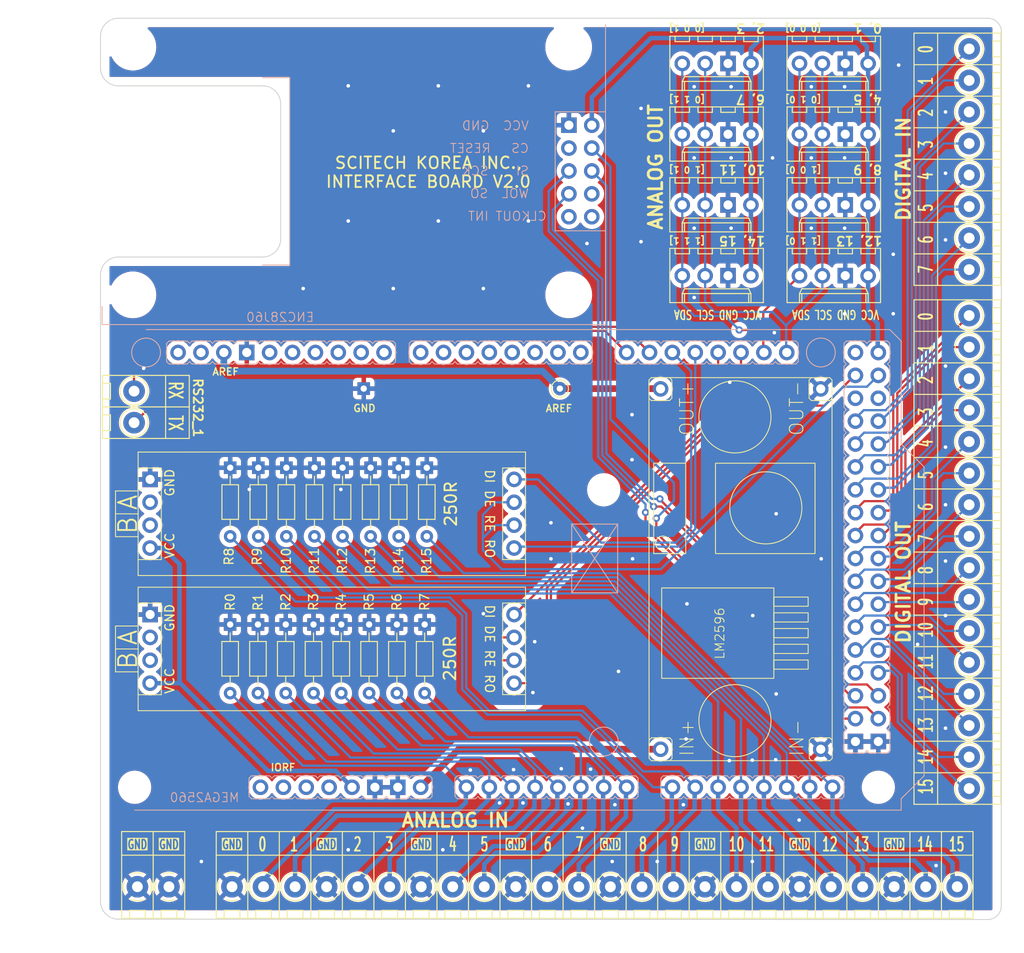
<source format=kicad_pcb>
(kicad_pcb (version 20221018) (generator pcbnew)

  (general
    (thickness 1.6)
  )

  (paper "A4")
  (layers
    (0 "F.Cu" signal)
    (31 "B.Cu" signal)
    (32 "B.Adhes" user "B.Adhesive")
    (33 "F.Adhes" user "F.Adhesive")
    (34 "B.Paste" user)
    (35 "F.Paste" user)
    (36 "B.SilkS" user "B.Silkscreen")
    (37 "F.SilkS" user "F.Silkscreen")
    (38 "B.Mask" user)
    (39 "F.Mask" user)
    (40 "Dwgs.User" user "User.Drawings")
    (41 "Cmts.User" user "User.Comments")
    (42 "Eco1.User" user "User.Eco1")
    (43 "Eco2.User" user "User.Eco2")
    (44 "Edge.Cuts" user)
    (45 "Margin" user)
    (46 "B.CrtYd" user "B.Courtyard")
    (47 "F.CrtYd" user "F.Courtyard")
    (48 "B.Fab" user)
    (49 "F.Fab" user)
    (50 "User.1" user)
    (51 "User.2" user)
    (52 "User.3" user)
    (53 "User.4" user)
    (54 "User.5" user)
    (55 "User.6" user)
    (56 "User.7" user)
    (57 "User.8" user)
    (58 "User.9" user)
  )

  (setup
    (stackup
      (layer "F.SilkS" (type "Top Silk Screen"))
      (layer "F.Paste" (type "Top Solder Paste"))
      (layer "F.Mask" (type "Top Solder Mask") (thickness 0.01))
      (layer "F.Cu" (type "copper") (thickness 0.035))
      (layer "dielectric 1" (type "core") (thickness 1.51) (material "FR4") (epsilon_r 4.5) (loss_tangent 0.02))
      (layer "B.Cu" (type "copper") (thickness 0.035))
      (layer "B.Mask" (type "Bottom Solder Mask") (thickness 0.01))
      (layer "B.Paste" (type "Bottom Solder Paste"))
      (layer "B.SilkS" (type "Bottom Silk Screen"))
      (copper_finish "None")
      (dielectric_constraints no)
    )
    (pad_to_mask_clearance 0)
    (aux_axis_origin 150 0)
    (pcbplotparams
      (layerselection 0x00010fc_ffffffff)
      (plot_on_all_layers_selection 0x0000000_00000000)
      (disableapertmacros false)
      (usegerberextensions false)
      (usegerberattributes true)
      (usegerberadvancedattributes true)
      (creategerberjobfile true)
      (dashed_line_dash_ratio 12.000000)
      (dashed_line_gap_ratio 3.000000)
      (svgprecision 4)
      (plotframeref false)
      (viasonmask false)
      (mode 1)
      (useauxorigin false)
      (hpglpennumber 1)
      (hpglpenspeed 20)
      (hpglpendiameter 15.000000)
      (dxfpolygonmode true)
      (dxfimperialunits true)
      (dxfusepcbnewfont true)
      (psnegative false)
      (psa4output false)
      (plotreference true)
      (plotvalue true)
      (plotinvisibletext false)
      (sketchpadsonfab false)
      (subtractmaskfromsilk false)
      (outputformat 1)
      (mirror false)
      (drillshape 0)
      (scaleselection 1)
      (outputdirectory "gerber/")
    )
  )

  (net 0 "")
  (net 1 "TX1")
  (net 2 "EN_485_1")
  (net 3 "RX1")
  (net 4 "TX2")
  (net 5 "A00")
  (net 6 "A01")
  (net 7 "A02")
  (net 8 "A03")
  (net 9 "A04")
  (net 10 "A05")
  (net 11 "A06")
  (net 12 "A07")
  (net 13 "A08")
  (net 14 "A09")
  (net 15 "A10")
  (net 16 "A11")
  (net 17 "A12")
  (net 18 "A13")
  (net 19 "A14")
  (net 20 "A15")
  (net 21 "VIN")
  (net 22 "AREF")
  (net 23 "GND")
  (net 24 "DO_00")
  (net 25 "DO_01")
  (net 26 "DO_02")
  (net 27 "DO_03")
  (net 28 "DO_04")
  (net 29 "DO_05")
  (net 30 "DO_06")
  (net 31 "DO_07")
  (net 32 "DO_08")
  (net 33 "DO_09")
  (net 34 "DO_10")
  (net 35 "DO_11")
  (net 36 "DO_12")
  (net 37 "DO_13")
  (net 38 "DO_14")
  (net 39 "DO_15")
  (net 40 "DI_00")
  (net 41 "DI_01")
  (net 42 "DI_02")
  (net 43 "DI_03")
  (net 44 "DI_04")
  (net 45 "DI_05")
  (net 46 "DI_06")
  (net 47 "DI_07")
  (net 48 "5V")
  (net 49 "SCL")
  (net 50 "SDA")
  (net 51 "EN_485_2")
  (net 52 "RX2")
  (net 53 "RX3")
  (net 54 "TX3")
  (net 55 "unconnected-(RS485_1-A-Pad6)")
  (net 56 "unconnected-(RS485_1-B-Pad7)")
  (net 57 "unconnected-(RS485_2-A-Pad6)")
  (net 58 "unconnected-(RS485_2-B-Pad7)")
  (net 59 "unconnected-(MEGA2560-PadSDA)")
  (net 60 "unconnected-(MEGA2560-PadSCL)")
  (net 61 "unconnected-(MEGA2560-RESET-PadRST1)")
  (net 62 "unconnected-(MEGA2560-IOREF-PadIORF)")
  (net 63 "MISO")
  (net 64 "MOSI")
  (net 65 "SCK")
  (net 66 "CS")
  (net 67 "unconnected-(MEGA2560-PadD13)")
  (net 68 "unconnected-(MEGA2560-PadD12)")
  (net 69 "unconnected-(MEGA2560-PadD11)")
  (net 70 "unconnected-(MEGA2560-PadD10)")
  (net 71 "unconnected-(MEGA2560-PadD9)")
  (net 72 "unconnected-(MEGA2560-PadD8)")
  (net 73 "unconnected-(MEGA2560-PadD7)")
  (net 74 "unconnected-(MEGA2560-PadD6)")
  (net 75 "unconnected-(MEGA2560-PadD5)")
  (net 76 "unconnected-(MEGA2560-PadD4)")
  (net 77 "unconnected-(MEGA2560-D3_INT1-PadD3)")
  (net 78 "unconnected-(MEGA2560-D2_INT0-PadD2)")
  (net 79 "unconnected-(MEGA2560-D1{slash}TX0-PadD1)")
  (net 80 "unconnected-(MEGA2560-D0{slash}RX0-PadD0)")
  (net 81 "unconnected-(MEGA2560-5V-Pad5V3)")
  (net 82 "unconnected-(MEGA2560-3.3V-Pad3V3)")
  (net 83 "LED_2")
  (net 84 "LED_1")
  (net 85 "unconnected-(ENC28J60-Pin_1-Pad1)")
  (net 86 "unconnected-(ENC28J60-Pin_2-Pad2)")
  (net 87 "unconnected-(ENC28J60-Pin_3-Pad3)")
  (net 88 "unconnected-(ENC28J60-Pin_8-Pad8)")

  (footprint "ScitechKorea:Holder485" (layer "F.Cu") (at 125.91 133.8055 90))

  (footprint "TestPoint:TestPoint_THTPad_D1.5mm_Drill0.7mm" (layer "F.Cu") (at 130.99 101.1073 180))

  (footprint "Resistor_THT:R_Axial_DIN0204_L3.6mm_D1.6mm_P7.62mm_Horizontal" (layer "F.Cu") (at 109.98571 117.51 90))

  (footprint "Resistor_THT:R_Axial_DIN0204_L3.6mm_D1.6mm_P7.62mm_Horizontal" (layer "F.Cu") (at 106.868568 117.51 90))

  (footprint "MountingHole:MountingHole_4mm_Pad" (layer "F.Cu") (at 109.22 101.1073))

  (footprint "ScitechKorea:Terminal_02" (layer "F.Cu") (at 83.73 101.49 -90))

  (footprint "Resistor_THT:R_Axial_DIN0204_L3.6mm_D1.6mm_P7.62mm_Horizontal" (layer "F.Cu") (at 113.102852 117.51 90))

  (footprint "ScitechKorea:Holder485" (layer "F.Cu") (at 125.91 118.8055 90))

  (footprint "Resistor_THT:R_Axial_DIN0204_L3.6mm_D1.6mm_P7.62mm_Horizontal" (layer "F.Cu") (at 109.815715 134.91 90))

  (footprint "ScitechKorea:HolderEth_1" (layer "F.Cu") (at 131.9955 90.7))

  (footprint "Resistor_THT:R_Axial_DIN0204_L3.6mm_D1.6mm_P7.62mm_Horizontal" (layer "F.Cu") (at 97.517142 117.51 90))

  (footprint "ScitechKorea:I2C_Socket" (layer "F.Cu") (at 144.58 88.57))

  (footprint "ScitechKorea:Terminal_24" (layer "F.Cu") (at 94.6 156.4))

  (footprint "Resistor_THT:R_Axial_DIN0204_L3.6mm_D1.6mm_P7.62mm_Horizontal" (layer "F.Cu") (at 115.98429 134.91 90))

  (footprint "Resistor_THT:R_Axial_DIN0204_L3.6mm_D1.6mm_P7.62mm_Horizontal" (layer "F.Cu") (at 94.4 117.51 90))

  (footprint "ScitechKorea:Terminal_16" (layer "F.Cu")
    (tstamp 82ba54e0-d9a3-4eb8-b16f-836390da95cf)
    (at 176.425 145.5 90)
    (property "Sheetfile" "megaPCB.kicad_sch")
    (property "Sheetname" "")
    (property "ki_description" "Generic screw terminal, single row, 01x16, script generated (kicad-library-utils/schlib/autogen/connector/)")
    (property "ki_keywords" "screw terminal")
    (path "/0a22604f-efdc-4349-aaa6-b8dfcb193ce4")
    (attr through_hole)
    (fp_text reference "J2" (at -6.1 -7.9 90 unlocked) (layer "F.SilkS") hide
        (effects (font (size 1 1) (thickness 0.1)))
      (tstamp 35139d77-017b-4936-a9a1-66e6e30b1ba5)
    )
    (fp_text value "Screw_Terminal_01x16" (at -6.1 -6.4 90 unlocked) (layer "F.Fab") hide
        (effects (font (size 1 1) (thickness 0.15)))
      (tstamp 93890ad7-21bd-4a77-93b8-0e8f63e71015)
    )
    (fp_text user "${REFERENCE}" (at -2.8 2.675 90) (layer "F.Fab")
        (effects (font (size 1 1) (thickness 0.15)))
      (tstamp 8269f258-0b3e-4053-9114-db944b6aed70)
    )
    (fp_line (start -1.75 -6.125) (end 54.25 -6.125)
      (stroke (width 0.12) (type solid)) (layer "F.SilkS") (tstamp 9c5f033d-d241-4000-a32f-090f75ffdff6))
    (fp_line (start -1.75 -3.5) (end -1.75 -6.125)
      (stroke (width 0.12) (type solid)) (layer "F.SilkS") (tstamp fa2a6b58-ada3-434c-86e3-235226c9d242))
    (fp_line (start -1.75 -3.5) (end -1.75 3.5)
      (stroke (width 0.12) (type solid)) (layer "F.SilkS") (tstamp f1329992-4e37-4aa2-be6a-064554492d32))
    (fp_line (start -1.75 -3.5) (end 54.25 -3.5)
      (stroke (width 0.12) (type solid)) (layer "F.SilkS") (tstamp 08afdbf9-77c4-4ca3-b46a-fd317d091ac7))
    (fp_line (start -1.75 3.5) (end 54.25 3.5)
      (stroke (width 0.12) (type solid)) (layer "F.SilkS") (tstamp 23e66bb2-a647-48c5-8542-2599a0247bb2))
    (fp_line (start -0.875 2.625) (end 0.875 2.625)
      (stroke (width 0.12) (type solid)) (layer "F.SilkS") (tstamp 7bcad752-1c77-423c-8841-cf588c73dd16))
    (fp_line (start -0.875 3.5) (end -0.875 2.625)
      (stroke (width 0.12) (type solid)) (layer "F.SilkS") (tstamp d8a86204-da31-428a-91a6-d84aa8e06daf))
    (fp_line (start 0.875 2.625) (end 0.875 3.5)
      (stroke (width 0.12) (type solid)) (layer "F.SilkS") (tstamp a94d1be1-5d3e-4478-9b9b-3df263765cc1))
    (fp_line (start 1.75 -6.125) (end 1.75 3.5)
      (stroke (width 0.12) (type solid)) (layer "F.SilkS") (tstamp 39051a52-0297-462a-99a8-cf2cb412fac7))
    (fp_line (start 2.625 2.625) (end 4.375 2.625)
      (stroke (width 0.12) (type solid)) (layer "F.SilkS") (tstamp 41b611a5-cb82-4f6a-a8dd-c4d07dc3d7db))
    (fp_line (start 2.625 3.5) (end 2.625 2.625)
      (stroke (width 0.12) (type solid)) (layer "F.SilkS") (tstamp dd18f381-2044-4e35-bd7a-8858ecab9fb5))
    (fp_line (start 4.375 2.625) (end 4.375 3.5)
      (stroke (width 0.12) (type solid)) (layer "F.SilkS") (tstamp 54f65a5a-ea43-4226-811e-82dac2064cc5))
    (fp_line (start 5.25 -6.125) (end 5.25 3.5)
      (stroke (width 0.12) (type solid)) (layer "F.SilkS") (tstamp 5fd48d34-d535-42a1-9176-5438df76bf51))
    (fp_line (start 6.125 2.625) (end 7.875 2.625)
      (stroke (width 0.12) (type solid)) (layer "F.SilkS") (tstamp 3ef2a0c3-9b14-49a7-ac23-6801ec6d404b))
    (fp_line (start 6.125 3.5) (end 6.125 2.625)
      (stroke (width 0.12) (type solid)) (layer "F.SilkS") (tstamp 03734158-0007-4fca-b6ab-d7c9a78dbad7))
    (fp_line (start 7.875 2.625) (end 7.875 3.5)
      (stroke (width 0.12) (type solid)) (layer "F.SilkS") (tstamp 3ddb5a8d-b4b5-4ef5-b2f1-09bcba19b399))
    (fp_line (start 8.75 -6.125) (end 8.75 3.5)
      (stroke (width 0.12) (type solid)) (layer "F.SilkS") (tstamp e317076b-2557-4fe8-a1ed-a1347e4bf7b7))
    (fp_line (start 9.625 2.625) (end 11.375 2.625)
      (stroke (width 0.12) (type solid)) (layer "F.SilkS") (tstamp d4978c4a-92c1-4dc7-a7b4-5a066d5ef432))
    (fp_line (start 9.625 3.5) (end 9.625 2.625)
      (stroke (width 0.12) (type solid)) (layer "F.SilkS") (tstamp c7b410bc-867a-4697-85a8-55393135f722))
    (fp_line (start 11.375 2.625) (end 11.375 3.5)
      (stroke (width 0.12) (type solid)) (layer "F.SilkS") (tstamp eabd3541-4b7a-4774-bd1a-91098f91bc43))
    (fp_line (start 12.25 -6.125) (end 12.25 3.5)
      (stroke (width 0.12) (type solid)) (layer "F.SilkS") (tstamp 0fa236aa-a9bb-4d98-acb6-eb3f057204c6))
    (fp_line (start 13.125 2.625) (end 14.875 2.625)
      (stroke (width 0.12) (type solid)) (layer "F.SilkS") (tstamp 9daa59bb-fcc1-4689-9df8-6861d7bafa28))
    (fp_line (start 13.125 3.5) (end 13.125 2.625)
      (stroke (width 0.12) (type solid)) (layer "F.SilkS") (tstamp 100d3f62-6421-4fbf-8b48-ae523f4863df))
    (fp_line (start 14.875 2.625) (end 14.875 3.5)
      (stroke (width 0.12) (type solid)) (layer "F.SilkS") (tstamp 5f44dbb4-6745-4f50-94a1-c7f9a7692501))
    (fp_line (start 15.75 -6.125) (end 15.75 3.5)
      (stroke (width 0.12) (type solid)) (layer "F.SilkS") (tstamp c1e67808-6184-4080-b8fc-e4b55592a3bb))
    (fp_line (start 16.625 2.625) (end 18.375 2.625)
      (stroke (width 0.12) (type solid)) (layer "F.SilkS") (tstamp 9c14edec-02ea-4096-841c-4d76e66a6d1b))
    (fp_line (start 16.625 3.5) (end 16.625 2.625)
      (stroke (width 0.12) (type solid)) (layer "F.SilkS") (tstamp d91e5d51-e674-48e2-adbf-54d64b69ba58))
    (fp_line (start 18.375 2.625) (end 18.375 3.5)
      (stroke (width 0.12) (type solid)) (layer "F.SilkS") (tstamp 43bf2c1d-7305-48c8-a2ee-614b71544ad8))
    (fp_line (start 19.25 -6.125) (end 19.25 3.5)
      (stroke (width 0.12) (type solid)) (layer "F.SilkS") (tstamp 5aafc7eb-62af-48f2-9c21-1dfe0d25b4c6))
    (fp_line (start 20.125 2.625) (end 21.875 2.625)
      (stroke (width 0.12) (type solid)) (layer "F.SilkS") (tstamp a4cca183-6c7c-41ec-830b-04b493464aa8))
    (fp_line (start 20.125 3.5) (end 20.125 2.625)
      (stroke (width 0.12) (type solid)) (layer "F.SilkS") (tstamp 839d9fff-93d4-4f9b-83d1-dab7c03c3bfc))
    (fp_line (start 21.875 2.625) (end 21.875 3.5)
      (stroke (width 0.12) (type solid)) (layer "F.SilkS") (tstamp 832a0668-8221-44e1-87af-2382bbcd4538))
    (fp_line (start 22.75 -6.125) (end 22.75 3.5)
      (stroke (width 0.12) (type solid)) (layer "F.SilkS") (tstamp de920423-d1c2-43c2-9d03-2cfc8c22c86f))
    (fp_line (start 23.625 2.625) (end 25.375 2.625)
      (stroke (width 0.12) (type solid)) (layer "F.SilkS") (tstamp e0dab445-9eec-4697-8bde-28cb65a64bb3))
    (fp_line (start 23.625 3.5) (end 23.625 2.625)
      (stroke (width 0.12) (type solid)) (layer "F.SilkS") (tstamp d845520d-a4fb-46b8-9f82-4ba8c38a36ff))
    (fp_line (start 25.375 2.625) (end 25.375 3.5)
      (stroke (width 0.12) (type solid)) (layer "F.SilkS") (tstamp dc883ddd-ee99-439a-a18a-75c980c6ee52))
    (fp_line (start 26.25 -6.125) (end 26.25 3.5)
      (stroke (width 0.12) (type solid)) (layer "F.SilkS") (tstamp c8fc3096-e7c1-4307-92c8-6ff448634727))
    (fp_line (start 27.125 2.625) (end 28.875 2.625)
      (stroke (width 0.12) (type solid)) (layer "F.SilkS") (tstamp 4097f69e-2bd5-412f-9a42-ed32adc2deb6))
    (fp_line (start 27.125 3.5) (end 27.125 2.625)
      (stroke (width 0.12) (type solid)) (layer "F.SilkS") (tstamp b156c731-2857-4292-a096-39d5cde6b472))
    (fp_line (start 28.875 2.625) (end 28.875 3.5)
      (stroke (width 0.12) (type solid)) (layer "F.SilkS") (tstamp 84c688f7-b3d5-430d-b6fa-fde2039f361d))
    (fp_line (start 29.75 -6.125) (end 29.75 3.5)
      (stroke (width 0.12) (type solid)) (layer "F.SilkS") (tstamp 5d4a4e7e-4223-4afa-a2d4-58d36a4f3128))
    (fp_line (start 30.625 2.625) (end 32.375 2.625)
      (stroke (width 0.12) (type solid)) (layer "F.SilkS") (tstamp 869b418d-cf9c-415a-bbca-f6fad4fad2a4))
    (fp_line (start 30.625 3.5) (end 30.625 2.625)
      (stroke (width 0.12) (type solid)) (layer "F.SilkS") (tstamp 247d828d-2ea6-45c5-9e55-ce3612b0f0cc))
    (fp_line (start 32.375 2.625) (end 32.375 3.5)
      (stroke (width 0.12) (type solid)) (layer "F.SilkS") (tstamp dcd7fb77-9231-461a-8acc-a95f314b4bfb))
    (fp_line (start 33.25 -6.125) (end 33.25 2.625)
      (stroke (width 0.12) (type solid)) (layer "F.SilkS") (tstamp ff47d419-5157-4c74-afe8-77da9f644c22))
    (fp_line (start 33.25 2.625) (end 33.25 3.5)
      (stroke (width 0.12) (type solid)) (layer "F.SilkS") (tstamp 338473d0-0455-4e88-aecc-9bc082d26e44))
    (fp_line (start 34.125 2.625) (end 35.875 2.625)
      (stroke (width 0.12) (type solid)) (layer "F.SilkS") (tstamp 45b540ca-6199-4142-861e-562714fef5e7))
    (fp_line (start 34.125 3.5) (end 34.125 2.625)
      (stroke (width 0.12) (type solid)) (layer "F.SilkS") (tstamp aa05f9a2-c1c3-4d93-9cba-5e84f0ae13bf))
    (fp_line (start 35.875 2.625) (end 35.875 3.5)
      (stroke (width 0.12) (type solid)) (layer "F.SilkS") (tstamp a6822e40-10ee-46e7-bcd8-c4939121af94))
    (fp_line (start 36.75 -6.125) (end 36.75 3.5)
      (stroke (width 0.12) (type solid)) (layer "F.SilkS") (tstamp 94d5e88a-4c6a-4786-8949-6e99ec7ba43d))
    (fp_line (start 37.625 2.625) (end 39.375 2.625)
      (stroke (width 0.12) (type solid)) (layer "F.SilkS") (tstamp 7465fb52-1638-4e88-8123-c5605d4b4eed))
    (fp_line (start 37.625 3.5) (end 37.625 2.625)
      (stroke (width 0.12) (type solid)) (layer "F.SilkS") (tstamp f490ef13-9e19-4f75-bdd3-d58e610e16fc))
    (fp_line (start 39.375 2.625) (end 39.375 3.5)
      (stroke (width 0.12) (type solid)) (layer "F.SilkS") (tstamp 124c379f-3596-489e-aaf3-9558ddc43a34))
    (fp_line (start 40.25 -6.125) (end 40.25 3.5)
      (stroke (width 0.12) (type solid)) (layer "F.SilkS") (tstamp 2769c7d6-dd36-423c-98a9-1f4136f2b50c))
    (fp_line (start 41.125 2.625) (end 42.875 2.625)
      (stroke (width 0.12) (type solid)) (layer "F.SilkS") (tstamp ce4a8778-611d-49fa-b67c-51ebc598ba18))
    (fp_line (start 41.125 3.5) (end 41.125 2.625)
      (stroke (width 0.12) (type solid)) (layer "F.SilkS") (tstamp 24b37d74-50ec-49e7-bfc0-2c6535f43ec9))
    (fp_line (start 42.875 2.625) (end 42.875 3.5)
      (stroke (width 0.12) (type solid)) (layer "F.SilkS") (tstamp 1da8847e-7d75-4496-9436-5d3602261fa2))
    (fp_line (start 43.75 -6.125) (end 43.75 3.5)
      (stroke (width 0.12) (type solid)) (layer "F.SilkS") (tstamp d5b4ffe8-4352-4008-9e7f-f26a303ed51b))
    (fp_line (start 44.625 2.625) (end 46.375 2.625)
      (stroke (width 0.12) (type solid)) (layer "F.SilkS") (tstamp e7e23770-005d-4a23-90e5-313a99a7ced7))
    (fp_line (start 44.625 3.5) (end 44.625 2.625)
      (stroke (width 0.12) (type solid)) (layer "F.SilkS") (tstamp b2a80f35-14d9-4492-a310-4ffaf2bab03f))
    (fp_line (start 46.375 2.625) (end 46.375 3.5)
      (stroke (width 0.12) (type solid)) (layer "F.SilkS") (tstamp ad71e2e2-002a-4767-a604-9ff80be10e30))
    (fp_line (start 47.25 -6.125) (end 47.25 3.5)
      (stroke (width 0.12) (type solid)) (layer "F.SilkS") (tstamp a08a2bd5-329d-42c2-95f3-3f1ef234894c))
    (fp_line (start 48.125 2.625) (end 49.875 2.625)
      (stroke (width 0.12) (type solid)) (layer "F.SilkS") (tstamp 5afa3da2-16a3-48fb-af80-244ee313faf1))
    (fp_line (start 48.125 3.5) (end 48.125 2.625)
      (stroke (width 0.12) (type solid)) (layer "F.SilkS") (tstamp 5d1090ba-14cb-4b14-b19e-7bd00c30843e))
    (fp_line (start 49.875 2.625) (end 49.875 3.5)
      (stroke (width 0.12) (type solid)) (layer "F.SilkS") (tstamp aac39643-3e1f-41fe-ae9f-0c3f4ff1f7aa))
    (fp_line (start 50.75 -6.125) (end 50.75 3.5)
      (stroke (width 0.12) (type solid)) (layer "F.SilkS") (tstamp 4ef3c708-98fa-4e56-9f1a-38f5cf6827a8))
    (fp_line (start 51.625 2.625) (end 53.375 2.625)
      (stroke (width 0.12) (type solid)) (layer "F.SilkS") (tstamp 41c5a88a-eedf-4247-857b-c0c7dd78860b))
    (fp_line (start 51.625 3.5) (end 51.625 2.625)
      (stroke (width 0.12) (type solid)) (layer "F.SilkS") (tstamp fb8b4ab5-ad2b-4253-8fdb-4301eb34ed3d))
    (fp_line (start 53.375 2.625) (end 53.375 3.5)
      (stroke (width 0.12) (type solid)) (layer "F.SilkS") (tstamp 7d30b97c-2b05-43bb-b1f3-2aaeb86c5654))
    (fp_line (start 54.25 -6.125) (end 54.25 -3.5)
      (stroke (width 0.12) (type solid)) (layer "F.SilkS") (tstamp 0c9725be-1871-42f2-8589-f67095bcb3e7))
    (fp_line (start 54.25 -3.5) (end 54.25 3.5)
      (stroke (width 0.12) (type solid)) (layer "F.SilkS") (tstamp e31b8b4a-8d54-4218-85c0-ef7d3321d5da))
    (fp_circle (center 0 0.0056) (end 1.555 0.0056)
      (stroke (width 0.12) (type solid)) (fill none) (layer "F.SilkS") (tstamp 82c82b69-b45a-4f78-955e-a57d0a43f427))
    (fp_circle (center 3.5 0) (end 5.055 0)
      (stroke (width 0.12) (type solid)) (fill none) (layer "F.SilkS") (tstamp cd9eee93-0c34-4e66-b426-5e8835b2b909))
    (fp_circle (center 7 0) (end 8.555 0)
      (stroke (width 0.12) (type solid)) (fill none) (layer "F.SilkS") (tstamp 1227902c-32b3-4fc2-b7a1-1479471a8285))
    (fp_circle (center 10.5 0) (end 12.055 0)
      (stroke (width 0.12) (type solid)) (fill none) (layer "F.SilkS") (tstamp 6a56f6b2-a6ea-48e0-a5e5-a8de2ee17645))
    (fp_circle (center 14 0) (end 15.555 0)
      (stroke (width 0.12) (type solid)) (fill none) (layer "F.SilkS") (tstamp 4d9b7b41-f46e-4b83-a22a-0c48357d4435))
    (fp_circle (center 17.5 0) (end 19.055 0)
      (stroke (width 0.12) (type solid)) (fill none) (layer "F.SilkS") (tstamp 1be20118-1c88-4c09-9bde-ec56484dbfc1))
    (fp_circle (center 21 0) (end 22.555 0)
      (stroke (width 0.12) (type solid)) (fill none) (layer "F.SilkS") (tstamp 76829dd2-5d7c-4871-af5d-53f76ae39fe8))
    (fp_circle (center 24.5 0) (end 26.055 0)
      (stroke (width 0.12) (type solid)) (fill none) (layer "F.SilkS") (tstamp d9aacc38-4527-421d-a299-430d02c21138))
    (fp_circle (center 28 0) (end 29.555 0)
      (stroke (width 0.12) (type solid)) (fill none) (layer "F.SilkS") (tstamp d6eb423d-e7ba-4f71-985d-d2c21ab73c2d))
    (fp_circle (center 31.5 0) (end 33.055 0)
      (stroke (width 0.12) (type solid)) (fill none) (layer "F.SilkS") (tstamp b4c43937-dd61-4086-b550-f27dc809c55c))
    (fp_circle (center 35 0) (end 36.555 0)
      (stroke (width 0.12) (type solid)) (fill none) (layer "F.SilkS") (tstamp bcfd142b-d010-444b-8f74-7941f4521956))
    (fp_circle (center 38.5 0) (end 40.055 0)
      (stroke (width 0.12) (type solid)) (fill none) (layer "F.SilkS") (tstamp f9aa4e51-e847-4499-8c2c-502d3cea0c04))
    (fp_circle (center 42 0) (end 43.555 0)
      (stroke (width 0.12) (type solid)) (fill none) (layer "F.SilkS") (tstamp 7bb68415-ecbb-4646-91f6-9f5d43e53b60))
    (fp_circle (center 45.5 0) (end 47.055 0)
      (stroke (width 0.12) (type solid)) (fill none) (layer "F.SilkS") (tstamp d2a58fad-a36f-453b-9d16-4a4d0c18a5af))
    (fp_circle (center 49 0) (end 50.555 0)
      (stroke (width 0.12) (type solid)) (fill none) (layer "F.SilkS") (tstamp 8b2c6d71-0d89-4be4-919d-a063f8c3ed3a))
    (fp_circle (center 52.5 0) (end 54.055 0)
      (stroke (width 0.12) (type solid)) (fill none) (layer "F.SilkS") (tstamp 364f19b8-72c7-4cac-a70f-ee4c97f34821))
    (fp_line (start -1.85 -3.6) (end -1.85 3.6)
      (stroke (width 0.05) (type solid)) (layer "F.CrtYd") (tstamp 7cbf74ee-4acb-412f-8cad-5904fa163fde))
    (fp_line (start -1.85 3.6) (end 54.35 3.6)
      (stroke (width 0.05) (type solid)) (layer "F.CrtYd") (tstamp ac5f3a83-af8d-4a57-9f19-9f6a5176ac2f))
    (fp_line (start 54.35 -3.6) (end -1.85 -3.6)
      (stroke (width 0.05) (type solid)) (layer "F.CrtYd") (tstamp 3aebe942-7822-4582-aada-dd8f741085e8))
    (fp_line (start 54.35 3.6) (end 54.35 -3.6)
      (stroke (width 0.05) (type solid)) (layer "F.CrtYd") (tstamp 3bf6c1b1-65c7-4269-bca7-47d735440d74))
    (fp_line (start -1.7 -3.4) (end 54.2 -3.4)
      (stroke (width 0.1) (type solid)) (layer "F.Fab") (tstamp f5d54fd2-cd8d-4507-aa4b-4e07619ce1c1))
    (fp_line (start -1.7 3.4) (end -1.7 -3.4)
      (stroke (width 0.1) (type solid)) (layer "F.Fab") (tstamp 97cbe4d4-3a8a-45ae-87fe-02f2ac5d4c1b))
    (fp_line (start -1.7 3.4) (end 54.2 3.4)
      (stroke (width 0.1) (type solid)) (layer "F.Fab") (tstamp bfe3873e-0fb4-40b2-b7bd-d752391d8f69))
    (fp_line (start -1.1 -0.069) (end -0.069 -0.069)
      (stroke (width 0.1) (type solid)) (layer "F.Fab") (tstamp b4e4de86-a2e5-4225-9cbe-494d0e2b870e))
    (fp_line (start -1.1 0.069) (end -1.1 -0.069)
      (stroke (width 0.1) (type solid)) (layer "F.Fab") (tstamp 62fb1aed-8be9-4abd-99ec-7d8ca3de9985))
    (fp_line (start -0.069 -1.1) (end 0.069 -1.1)
      (stroke (width 0.1) (type solid)) (layer "F.Fab") (tstamp 344d5b70-16c9-4576-affa-9ae96d921365))
    (fp_line (start -0.069 -0.069) (end -0.069 -1.1)
      (stroke (width 0.1) (type solid)) (layer "F.Fab") (tstamp 62fdf183-6c57-4814-b188-13d289a8ecdd))
    (fp_line (start -0.069 0.069) (end -1.1 0.069)
      (stroke (width 0.1) (type solid)) (layer "F.Fab") (tstamp 1c6c1a2c-8528-4b3c-af93-7015f83ddd17))
    (fp_line (start -0.069 1.1) (end -0.069 0.069)
      (stroke (width 0.1) (type solid)) (layer "F.Fab") (tstamp e88a8d31-86ee-481f-ac94-2b08cdc013ef))
    (fp_line (start 0.069 -1.1) (end 0.069 -0.069)
      (stroke (width 0.1) (type solid)) (layer "F.Fab") (tstamp ca1d2f86-d6f8-48b3-80ea-fc75d4bf8c6d))
    (fp_line (start 0.069 -0.069) (end 1.1 -0.069)
      (stroke (width 0.1) (type solid)) (layer "F.Fab") (tstamp eef2fb05-93ad-4320-9ea8-b4ea14f3fbb1))
    (fp_line (start 0.069 0.069) (end 0.069 1.1)
      (stroke (width 0.1) (type solid)) (layer "F.Fab") (tstamp 7abfddb5-2868-4284-954c-141d7337aa41))
    (fp_line (start 0.069 1.1) (end -0.069 1.1)
      (stroke (width 0.1) (type solid)) (layer "F.Fab") (tstamp 30e0aa1d-dac7-485c-acd5-79661c5dd3e4))
    (fp_line (start 1.1 -0.069) (end 1.1 0.069)
      (stroke (width 0.1) (type solid)) (layer "F.Fab") (tstamp c012df61-b10d-4ca9-8d04-2d2dc7f4de50))
    (fp_line (start 1.1 0.069) (end 0.069 0.069)
      (stroke (width 0.1) (type solid)) (layer "F.Fab") (tstamp 2c41d123-54c1-489b-acd7-bbf2160cad7b))
    (fp_line (start 2.4 -0.069) (end 3.431 -0.069)
      (stroke (width 0.1) (type solid)) (layer "F.Fab") (tstamp d1ed4a6f-e04e-4bae-9de4-99aee704eafb))
    (fp_line (start 2.4 0.069) (end 2.4 -0.069)
      (stroke (width 0.1) (type solid)) (layer "F.Fab") (tstamp 828552fe-e919-4ffc-b6bc-78ab4c227a1a))
    (fp_line (start 3.431 -1.1) (end 3.569 -1.1)
      (stroke (width 0.1) (type solid)) (layer "F.Fab") (tstamp 98982534-21f8-4208-a059-d65d6a05db88))
    (fp_line (start 3.431 -0.069) (end 3.431 -1.1)
      (stroke (width 0.1) (type solid)) (layer "F.Fab") (tstamp 74eeed57-9d61-4ddc-92a2-a33b5817cde7))
    (fp_line (start 3.431 0.069) (end 2.4 0.069)
      (stroke (width 0.1) (type solid)) (layer "F.Fab") (tstamp d4d879a1-cbda-41e6-9168-cf7d2ce27991))
    (fp_line (start 3.431 1.1) (end 3.431 0.069)
      (stroke (width 0.1) (type solid)) (layer "F.Fab") (tstamp 04432a53-045a-4111-9961-0fbb5a53e199))
    (fp_line (start 3.569 -1.1) (end 3.569 -0.069)
      (stroke (width 0.1) (type solid)) (layer "F.Fab") (tstamp fabea8af-2c1f-4026-a69b-ca9b9a659970))
    (fp_line (start 3.569 -0.069) (end 4.6 -0.069)
      (stroke (width 0.1) (type solid)) (layer "F.Fab") (tstamp 7e30e610-d068-477c-9ee8-34221ea7b378))
    (fp_line (start 3.569 0.069) (end 3.569 1.1)
      (stroke (width 0.1) (type solid)) (layer "F.Fab") (tstamp 2007175b-0d63-4680-8345-8ddf9d0eb40b))
    (fp_line (start 3.569 1.1) (end 3.431 1.1)
      (stroke (width 0.1) (type solid)) (layer "F.Fab") (tstamp b5774d88-bde0-4a01-8781-dc0c001af9ef))
    (fp_line (start 4.6 -0.069) (end 4.6 0.069)
      (stroke (width 0.1) (type solid)) (layer "F.Fab") (tstamp 55e5f508-e5ab-4b04-ad51-408dd898e075))
    (fp_line (start 4.6 0.069) (end 3.569 0.069)
      (stroke (width 0.1) (type solid)) (layer "F.Fab") (tstamp 4adc73f0-4cf8-4875-bba3-27c23a802d5a))
    (fp_line (start 5.9 -0.069) (end 6.931 -0.069)
      (stroke (width 0.1) (type solid)) (layer "F.Fab") (tstamp f66473c3-18fa-4b9c-8745-a5bf1bbd658a))
    (fp_line (start 5.9 0.069) (end 5.9 -0.069)
      (stroke (width 0.1) (type solid)) (layer "F.Fab") (tstamp 0c4e5d5d-e4d3-4b04-a45a-83fdd0a3f021))
    (fp_line (start 6.931 -1.1) (end 7.069 -1.1)
      (stroke (width 0.1) (type solid)) (layer "F.Fab") (tstamp 5210df8d-f3df-4677-831a-ed8c0554329a))
    (fp_line (start 6.931 -0.069) (end 6.931 -1.1)
      (stroke (width 0.1) (type solid)) (layer "F.Fab") (tstamp 51791ff4-0bd5-4533-9f6e-da00407211d3))
    (fp_line (start 6.931 0.069) (end 5.9 0.069)
      (stroke (width 0.1) (type solid)) (layer "F.Fab") (tstamp 26a3db4a-e96e-4723-8a81-9b22de359164))
    (fp_line (start 6.931 1.1) (end 6.931 0.069)
      (stroke (width 0.1) (type solid)) (layer "F.Fab") (tstamp f136981d-db64-49c7-a745-8d965fd0084f))
    (fp_line (start 7.069 -1.1) (end 7.069 -0.069)
      (stroke (width 0.1) (type solid)) (layer "F.Fab") (tstamp 30e15d00-5020-4238-ab54-9e2549a42295))
    (fp_line (start 7.069 -0.069) (end 8.1 -0.069)
      (stroke (width 0.1) (type solid)) (layer "F.Fab") (tstamp 2ac7d418-8128-45a5-a65f-ea10f4d1fc39))
    (fp_line (start 7.069 0.069) (end 7.069 1.1)
      (stroke (width 0.1) (type solid)) (layer "F.Fab") (tstamp 15169e7a-8122-47b8-868c-c2eafeca90f4))
    (fp_line (start 7.069 1.1) (end 6.931 1.1)
      (stroke (width 0.1) (type solid)) (layer "F.Fab") (tstamp df034f3c-5e8b-4850-865d-6fb9779fa1dc))
    (fp_line (start 8.1 -0.069) (end 8.1 0.069)
      (stroke (width 0.1) (type solid)) (layer "F.Fab") (tstamp 7ae13ec9-7b4d-45cb-8820-1729ac9a35ae))
    (fp_line (start 8.1 0.069) (end 7.069 0.069)
      (stroke (width 0.1) (type solid)) (layer "F.Fab") (tstamp 09297288-786f-41ec-8110-a7d55ef0b763))
    (fp_line (start 9.4 -0.069) (end 10.431 -0.069)
      (stroke (width 0.1) (type solid)) (layer "F.Fab") (tstamp b6c366c0-ae27-4b30-8f12-cfa9987f8a90))
    (fp_line (start 9.4 0.069) (end 9.4 -0.069)
      (stroke (width 0.1) (type solid)) (layer "F.Fab") (tstamp 29ca131d-5a9c-484e-af87-66fa59b77b0d))
    (fp_line (start 10.431 -1.1) (end 10.569 -1.1)
      (stroke (width 0.1) (type solid)) (layer "F.Fab") (tstamp 85f864f2-1d3f-44d7-aa97-6633dd1ba3e7))
    (fp_line (start 10.431 -0.069) (end 10.431 -1.1)
      (stroke (width 0.1) (type solid)) (layer "F.Fab") (tstamp 3c685ade-c92d-4744-8b9e-93f58bd72d56))
    (fp_line (start 10.431 0.069) (end 9.4 0.069)
      (stroke (width 0.1) (type solid)) (layer "F.Fab") (tstamp ce9d147d-474a-4e44-8c3b-aefe2a53b62c))
    (fp_line (start 10.431 1.1) (end 10.431 0.069)
      (stroke (width 0.1) (type solid)) (layer "F.Fab") (tstamp ded5a838-79b0-4649-b773-14ca651e1862))
    (fp_line (start 10.569 -1.1) (end 10.569 -0.069)
      (stroke (width 0.1) (type solid)) (layer "F.Fab") (tstamp 0bc2f808-08ec-44db-960f-e00452c752e9))
    (fp_line (start 10.569 -0.069) (end 11.6 -0.069)
      (stroke (width 0.1) (type solid)) (layer "F.Fab") (tstamp 071ac2a5-fdbd-4bed-87bd-fa4c98d2d229))
    (fp_line (start 10.569 0.069) (end 10.569 1.1)
      (stroke (width 0.1) (type solid)) (layer "F.Fab") (tstamp 74ce4bc5-e051-400e-976c-c1fcfe383a25))
    (fp_line (start 10.569 1.1) (end 10.431 1.1)
      (stroke (width 0.1) (type solid)) (layer "F.Fab") (tstamp 99274825-6e7d-4cad-8284-ea80750913ec))
    (fp_line (start 11.6 -0.069) (end 11.6 0.069)
      (stroke (width 0.1) (type solid)) (layer "F.Fab") (tstamp ed7aa672-a7c0-4fd2-bdb7-769554b0b8fb))
    (fp_line (start 11.6 0.069) (end 10.569 0.069)
      (stroke (width 0.1) (type solid)) (layer "F.Fab") (tstamp da788187-9073-4bd8-bf2f-c98ec315aeb5))
    (fp_line (start 12.9 -0.069) (end 13.931 -0.069)
      (stroke (width 0.1) (type solid)) (layer "F.Fab") (tstamp 8820c61d-c410-40c4-a16e-9a68d0991dde))
    (fp_line (start 12.9 0.069) (end 12.9 -0.069)
      (stroke (width 0.1) (type solid)) (layer "F.Fab") (tstamp f4ae155b-b3b6-4b83-abf7-c5d834449c1b))
    (fp_line (start 13.931 -1.1) (end 14.069 -1.1)
      (stroke (width 0.1) (type solid)) (layer "F.Fab") (tstamp 051ab3ca-2c4f-401f-8f0f-54929cd69b7f))
    (fp_line (start 13.931 -0.069) (end 13.931 -1.1)
      (stroke (width 0.1) (type solid)) (layer "F.Fab") (tstamp e09e8ebc-952e-4ded-967d-bab9a5b90828))
    (fp_line (start 13.931 0.069) (end 12.9 0.069)
      (stroke (width 0.1) (type solid)) (layer "F.Fab") (tstamp 31cd4a6c-a87e-4241-8de2-e1516550e297))
    (fp_line (start 13.931 1.1) (end 13.931 0.069)
      (stroke (width 0.1) (type solid)) (layer "F.Fab") (tstamp 434cb87a-c73c-4462-bdad-6bf845c35aa5))
    (fp_line (start 14.069 -1.1) (end 14.069 -0.069)
      (stroke (width 0.1) (type solid)) (layer "F.Fab") (tstamp 6f3b8372-15df-4786-b460-e92c0eb37a4f))
    (fp_line (start 14.069 -0.069) (end 15.1 -0.069)
      (stroke (width 0.1) (type solid)) (layer "F.Fab") (tstamp dba0313d-7333-4cf7-af12-64d8cc298b68))
    (fp_line (start 14.069 0.069) (end 14.069 1.1)
      (stroke (width 0.1) (type solid)) (layer "F.Fab") (tstamp fa17762a-ad83-476b-97ff-cc06a079d7ee))
    (fp_line (start 14.069 1.1) (end 13.931 1.1)
      (stroke (width 0.1) (type solid)) (layer "F.Fab") (tstamp 533c1721-a252-4d39-8059-7a0d2999a944))
    (fp_line (start 15.1 -0.069) (end 15.1 0.069)
      (stroke (width 0.1) (type solid)) (layer "F.Fab") (tstamp 557448ea-4c9f-4c6c-a917-36e54b1b43e5))
    (fp_line (start 15.1 0.069) (end 14.069 0.069)
      (stroke (width 0.1) (type solid)) (layer "F.Fab") (tstamp e007e509-708b-4d11-a175-238fa18877fa))
    (fp_line (start 16.4 -0.069) (end 17.431 -0.069)
      (stroke (width 0.1) (type solid)) (layer "F.Fab") (tstamp 0ac0edd7-dd11-4821-be63-8f2c8f028d97))
    (fp_line (start 16.4 0.069) (end 16.4 -0.069)
      (stroke (width 0.1) (type solid)) (layer "F.Fab") (tstamp 128e208a-a527-4ecb-91d8-29961e61263a))
    (fp_line (start 17.431 -1.1) (end 17.569 -1.1)
      (stroke (width 0.1) (type solid)) (layer "F.Fab") (tstamp 730f52c4-08ee-47ba-ac7a-e9206b35100a))
    (fp_line (start 17.431 -0.069) (end 17.431 -1.1)
      (stroke (width 0.1) (type solid)) (layer "F.Fab") (tstamp 5103b0c8-95e1-4893-8328-a66e0a15cf5c))
    (fp_line (start 17.431 0.069) (end 16.4 0.069)
      (stroke (width 0.1) (type solid)) (layer "F.Fab") (tstamp 0dc2a7ce-2ae6-495d-b7af-b4f29268a166))
    (fp_line (start 17.431 1.1) (end 17.431 0.069)
      (stroke (width 0.1) (type solid)) (layer "F.Fab") (tstamp 055b4d7c-f131-4867-abfa-869815824281))
    (fp_line (start 17.569 -1.1) (end 17.569 -0.069)
      (stroke (width 0.1) (type solid)) (layer "F.Fab") (tstamp 07227782-b49d-4976-9ae3-794e6ea16c14))
    (fp_line (start 17.569 -0.069) (end 18.6 -0.069)
      (stroke (width 0.1) (type solid)) (layer "F.Fab") (tstamp 101547ea-5e20-417e-994a-b5c368e682ee))
    (fp_line (start 17.569 0.069) (end 17.569 1.1)
      (stroke (width 0.1) (type solid)) (layer "F.Fab") (tstamp b694ccb9-81cb-408e-90cd-a273c9b2af10))
    (fp_line (start 17.569 1.1) (end 17.431 1.1)
      (stroke (width 0.1) (type solid)) (layer "F.Fab") (tstamp a26174f5-3bd0-428c-a392-ff880ef6bca3))
    (fp_line (start 18.6 -0.069) (end 18.6 0.069)
      (stroke (width 0.1) (type solid)) (layer "F.Fab") (tstamp 04b96f20-58a6-4975-a67d-96477a2c27e1))
    (fp_line (start 18.6 0.069) (end 17.569 0.069)
      (stroke (width 0.1) (type solid)) (layer "F.Fab") (tstamp 2906807b-e90c-4fbb-9b45-6443a61981d1))
    (fp_line (start 19.9 -0.069) (end 20.931 -0.069)
      (stroke (width 0.1) (type solid)) (layer "F.Fab") (tstamp 4a7f41aa-bb1c-42b1-a770-a2c8dc46a99f))
    (fp_line (start 19.9 0.069) (end 19.9 -0.069)
      (stroke (width 0.1) (type solid)) (layer "F.Fab") (tstamp 0e783e7e-4b40-4244-8c26-57282b52f47a))
    (fp_line (start 20.931 -1.1) (end 21.069 -1.1)
      (stroke (width 0.1) (type solid)) (layer "F.Fab") (tstamp a386418f-6d4a-4802-b72a-75e5e1590c9b))
    (fp_line (start 20.931 -0.069) (end 20.931 -1.1)
      (stroke (width 0.1) (type solid)) (layer "F.Fab") (tstamp 421c0d6f-3a80-4b6c-a548-c7b0e3df338f))
    (fp_line (start 20.931 0.069) (end 19.9 0.069)
      (stroke (width 0.1) (type solid)) (layer "F.Fab") (tstamp 4cd8bca2-7b3a-42b5-84bc-e4bc6b7551bb))
    (fp_line (start 20.931 1.1) (end 20.931 0.069)
      (stroke (width 0.1) (type solid)) (layer "F.Fab") (tstamp 33613e61-da23-4c31-9034-428304038cc9))
    (fp_line (start 21.069 -1.1) (end 21.069 -0.069)
      (stroke (width 0.1) (type solid)) (layer "F.Fab") (tstamp bf519f78-4830-4eac-a4b1-45170716290e))
    (fp_line (start 21.069 -0.069) (end 22.1 -0.069)
      (stroke (width 0.1) (type solid)) (layer "F.Fab") (tstamp 7c8d156c-5b3f-4573-bf17-8a1cbb1389f3))
    (fp_line (start 21.069 0.069) (end 21.069 1.1)
      (stroke (width 0.1) (type solid)) (layer "F.Fab") (tstamp eabf9200-3650-45c3-9961-6f44557c0bc7))
    (fp_line (start 21.069 1.1) (end 20.931 1.1)
      (stroke (width 0.1) (type solid)) (layer "F.Fab") (tstamp 4f0e4d8b-2f2a-4acd-9048-946917d6abf6))
    (fp_line (start 22.1 -0.069) (end 22.1 0.069)
      (stroke (width 0.1) (type solid)) (layer "F.Fab") (tstamp 19a17652-5080-4622-b78b-3198c4c9ca93))
    (fp_line (start 22.1 0.069) (end 21.069 0.069)
      (stroke (width 0.1) (type solid)) (layer "F.Fab") (tstamp 4d18f635-9620-4164-9b14-14a28f1c5da5))
    (fp_line (start 23.4 -0.069) (end 24.431 -0.069)
      (stroke (width 0.1) (type solid)) (layer "F.Fab") (tstamp 902b7560-201a-46b6-8513-cf4c2104f0f3))
    (fp_line (start 23.4 0.069) (end 23.4 -0.069)
      (stroke (width 0.1) (type solid)) (layer "F.Fab") (tstamp 39db401e-447b-4541-9617-74c8427b2476))
    (fp_line (start 24.431 -1.1) (end 24.569 -1.1)
      (stroke (width 0.1) (type solid)) (layer "F.Fab") (tstamp af7db955-1e3e-4a00-b905-f5c782c9296b))
    (fp_line (start 24.431 -0.069) (end 24.431 -1.1)
      (stroke (width 0.1) (type solid)) (layer "F.Fab") (tstamp 0d0b311e-5a60-4cfa-ae91-bd9a8131b2e2))
    (fp_line (start 24.431 0.069) (end 23.4 0.069)
      (stroke (width 0.1) (type solid)) (layer "F.Fab") (tstamp 27f3d77b-c0e3-4ff8-86db-8f86c6fff26b))
    (fp_line (start 24.431 1.1) (end 24.431 0.069)
      (stroke (width 0.1) (type solid)) (layer "F.Fab") (tstamp 74ae198a-59ec-4725-b148-fada2f6eb228))
    (fp_line (start 24.569 -1.1) (end 24.569 -0.069)
      (stroke (width 0.1) (type solid)) (layer "F.Fab") (tstamp dc6ba8f3-35b0-4937-a2de-0adfe00e68b0))
    (fp_line (start 24.569 -0.069) (end 25.6 -0.069)
      (stroke (width 0.1) (type solid)) (layer "F.Fab") (tstamp e2824ad5-47b7-4ef9-af65-57708d0e7a1f))
    (fp_line (start 24.569 0.069) (end 24.569 1.1)
      (stroke (width 0.1) (type solid)) (layer "F.Fab") (tstamp 63a0b93f-ecd2-498b-85ee-c576678721ea))
    (fp_line (start 24.569 1.1) (end 24.431 1.1)
      (stroke (width 0.1) (type solid)) (layer "F.Fab") (tstamp 8d59dea5-5622-45f8-a131-19bd6d11afd3))
    (fp_line (start 25.6 -0.069) (end 25.6 0.069)
      (stroke (width 0.1) (type solid)) (layer "F.Fab") (tstamp 12409d0c-ecd7-4e06-9005-6e0128740d81))
    (fp_line (start 25.6 0.069) (end 24.569 0.069)
      (stroke (width 0.1) (type solid)) (layer "F.Fab") (tstamp 1dc782d9-69e6-4ddc-b605-3a51223e84a6))
    (fp_line (start 26.9 -0.069) (end 27.931 -0.069)
      (stroke (width 0.1) (type solid)) (layer "F.Fab") (tstamp 765df3f5-0324-4e3e-8f63-da453c4134cb))
    (fp_line (start 26.9 0.069) (end 26.9 -0.069)
      (stroke (width 0.1) (type solid)) (layer "F.Fab") (tstamp c4658965-bf18-47a3-bff5-59974a9e667b))
    (fp_line (start 27.931 -1.1) (end 28.069 -1.1)
      (stroke (width 0.1) (type solid)) (layer "F.Fab") (tstamp 76c6b04e-2521-45b5-86ee-594cf3f09031))
    (fp_line (start 27.931 -0.069) (end 27.931 -1.1)
      (stroke (width 0.1) (type solid)) (layer "F.Fab") (tstamp 73290e39-1b4e-4a2e-98ed-bb079df90786))
    (fp_line (start 27.931 0.069) (end 26.9 0.069)
      (stroke (width 0.1) (type solid)) (layer "F.Fab") (tstamp 58cfce9f-64bb-4ec0-a715-5442642d4cff))
    (fp_line (start 27.931 1.1) (end 27.931 0.069)
      (stroke (width 0.1) (type solid)) (layer "F.Fab") (tstamp 1f07bbb8-d014-48de-b613-f854fc69ca1d))
    (fp_line (start 28.069 -1.1) (end 28.069 -0.069)
      (stroke (width 0.1) (type solid)) (layer "F.Fab") (tstamp d25408dd-aa90-48c9-be19-267248876e43))
    (fp_line (start 28.069 -0.069) (end 29.1 -0.069)
      (stroke (width 0.1) (type solid)) (layer "F.Fab") (tstamp b9769712-2871-41b5-9e4a-84d357a63bf2))
    (fp_line (start 28.069 0.069) (end 28.069 1.1)
      (stroke (width 0.1) (type solid)) (layer "F.Fab") (tstamp 23e85cd0-eb69-4e28-a346-db421cc8bdf1))
    (fp_line (start 28.069 1.1) (end 27.931 1.1)
      (stroke (width 0.1) (type solid)) (layer "F.Fab") (tstamp 5764849b-5f5b-478b-813a-316547f3832d))
    (fp_line (start 29.1 -0.069) (end 29.1 0.069)
      (stroke (width 0.1) (type solid)) (layer "F.Fab") (tstamp 5cb7445a-71bf-4446-ad07-a8f97df829de))
    (fp_line (start 29.1 0.069) (end 28.069 0.069)
      (stroke (width 0.1) (type solid)) (layer "F.Fab") (tstamp ca7b174b-5e64-45f2-a4e8-706aa0401be4))
    (fp_line (start 30.4 -0.069) (end 31.431 -0.069)
      (stroke (width 0.1) (type solid)) (layer "F.Fab") (tstamp 79273c6f-7760-495d-9165-e1e8b7304c35))
    (fp_line (start 30.4 0.069) (end 30.4 -0.069)
      (stroke (width 0.1) (type solid)) (layer "F.Fab") (tstamp 0cf17127-f30e-4bc0-b516-68889b6c432c))
    (fp_line (start 31.431 -1.1) (end 31.569 -1.1)
      (stroke (width 0.1) (type solid)) (layer "F.Fab") (tstamp cc0cacd2-1cd0-4716-b034-0eecab5598b3))
    (fp_line (start 31.431 -0.069) (end 31.431 -1.1)
      (stroke (width 0.1) (type solid)) (layer "F.Fab") (tstamp fe57cfd2-0514-46cd-a0db-d3cb403f838d))
    (fp_line (start 31.431 0.069) (end 30.4 0.069)
      (stroke (width 0.1) (type solid)) (layer "F.Fab") (tstamp 59d8807f-2e5e-4311-b290-83849b3fa131))
    (fp_line (start 31.431 1.1) (end 31.431 0.069)
      (stroke (width 0.1) (type solid)) (layer "F.Fab") (tstamp bafbc8c7-0b04-423a-8708-bcd436c0df5e))
    (fp_line (start 31.569 -1.1) (end 31.569 -0.069)
      (stroke (width 0.1) (type solid)) (layer "F.Fab") (tstamp 3b8c5c47-52a9-46ba-aee4-9afd256e7a29))
    (fp_line (start 31.569 -0.069) (end 32.6 -0.069)
      (stroke (width 0.1) (type solid)) (layer "F.Fab") (tstamp 5163db8a-fe7c-4f62-9995-82ea61cf3434))
    (fp_line (start 31.569 0.069) (end 31.569 1.1)
      (stroke (width 0.1) (type solid)) (layer "F.Fab") (tstamp 642d7691-4a26-4356-bb2f-ef75f254eebe))
    (fp_line (start 31.569 1.1) (end 31.431 1.1)
      (stroke (width 0.1) (type solid)) (layer "F.Fab") (tstamp 9133c852-2ec3-4e83-ad30-38218b0049e2))
    (fp_line (start 32.6 -0.069) (end 32.6 0.069)
      (stroke (width 0.1) (type solid)) (layer "F.Fab") (tstamp 4fcffc4a-8687-43c8-9bb4-04e315af1dd8))
    (fp_line (start 32.6 0.069) (end 31.569 0.069)
      (stroke (width 0.1) (type solid)) (layer "F.Fab") (tstamp c9013389-59b1-4af5-b10d-ff22f9e9bb92))
    (fp_line (start 33.9 -0.069) (end 34.931 -0.069)
      (stroke (width 0.1) (type solid)) (layer "F.Fab") (tstamp d9fa6311-eef7-4ac6-9262-95c806385e7f))
    (fp_line (start 33.9 0.069) (end 33.9 -0.069)
      (stroke (width 0.1) (type solid)) (layer "F.Fab") (tstamp b3f8cdfc-fdb4-4538-b0ed-577e448ff019))
    (fp_line (start 34.931 -1.1) (end 35.069 -1.1)
      (stroke (width 0.1) (type solid)) (layer "F.Fab") (tstamp 9d563b7c-bc77-467f-afe3-6814d9bef1e4))
    (fp_line (start 34.931 -0.069) (end 34.931 -1.1)
      (stroke (width 0.1) (type solid)) (layer "F.Fab") (tstamp ee786acf-de96-4984-9ddc-09f72427438e))
    (fp_line (start 34.931 0.069) (end 33.9 0.069)
      (stroke (width 0.1) (type solid)) (layer "F.Fab") (tstamp bb80e536-747e-4ab1-8d1a-498a85207650))
    (fp_line (start 34.931 1.1) (end 34.931 0.069)
      (stroke (width 0.1) (type solid)) (layer "F.Fab") (tstamp 31aeaa83-a06a-4c0f-9fac-f0da09a47e6e))
    (fp_line (start 35.069 -1.1) (end 35.069 -0.069)
      (stroke (width 0.1) (type solid)) (layer "F.Fab") (tstamp b8c5f79f-e2c0-4c83-bc86-2cb4ae9ee99f))
    (fp_line (start 35.069 -0.069) (end 36.1 -0.069)
      (stroke (width 0.1) (type solid)) (layer "F.Fab") (tstamp 7fd3e6aa-634f-4155-b35e-d5857ce15735))
    (fp_line (start 35.069 0.069) (end 35.069 1.1)
      (stroke (width 0.1) (type solid)) (layer "F.Fab") (tstamp 0126a7b0-c4c1-44d8-a1d1-925bc45df19d))
    (fp_line (start 35.069 1.1) (end 34.931 1.1)
      (stroke (width 0.1) (type solid)) (layer "F.Fab") (tstamp db4cb785-4e19-4881-9656-acde585d9f81))
    (fp_line (start 36.1 -0.069) (end 36.1 0.069)
      (stroke (width 0.1) (type solid)) (layer "F.Fab") (tstamp 5fc9d8dc-2c85-4d42-8af6-6318cc80c5a6))
    (fp_line (start 36.1 0.069) (end 35.069 0.069)
      (stroke (width 0.1) (type solid)) (layer "F.Fab") (tstamp 3aba1385-e74a-4c62-801d-4e2d3eb68238))
    (fp_line (start 37.4 -0.069) (end 38.431 -0.069)
      (stroke (width 0.1) (type solid)) (layer "F.Fab") (tstamp ca765c2e-f4a7-428e-bb2d-48880a5dc94f))
    (fp_line (start 37.4 0.069) (end 37.4 -0.069)
      (stroke (width 0.1) (type solid)) (layer "F.Fab") (tstamp 8874ad99-86e9-48b0-b31a-1e22ec152ef0))
    (fp_line (start 38.431 -1.1) (end 38.569 -1.1)
      (stroke (width 0.1) (type solid)) (layer "F.Fab") (tstamp c884df84-3ec6-4a74-ad14-bb700ba70799))
    (fp_line (start 38.431 -0.069) (end 38.431 -1.1)
      (stroke (width 0.1) (type solid)) (layer "F.Fab") (tstamp 9f5ab654-e86c-467b-9068-3b25b49699a1))
    (fp_line (start 38.431 0.069) (end 37.4 0.069)
      (stroke (width 0.1) (type solid)) (layer "F.Fab") (tstamp a4905ebc-7ba9-40d0-956f-d6121dc04e2f))
    (fp_line (start 38.431 1.1) (end 38.431 0.069)
      (stroke (width 0.1) (type solid)) (layer "F.Fab") (tstamp 9505a06a-ee91-4480-a590-27a6b706bea6))
    (fp_line (start 38.569 -1.1) (end 38.569 -0.069)
      (stroke (width 0.1) (type solid)) (layer "F.Fab") (tstamp 93a33969-539b-4f04-8126-bf68a1603468))
    (fp_line (start 38.569 -0.069) (end 39.6 -0.069)
      (stroke (width 0.1) (type solid)) (layer "F.Fab") (tstamp 4346b038-33d6-4308-9947-26deb754c8ad))
    (fp_line (start 38.569 0.069) (end 38.569 1.1)
      (stroke (width 0.1) (type solid)) (layer "F.Fab") (tstamp 933114f1-f3f3-437b-be02-b116cb5815e2))
    (fp_line (start 38.569 1.1) (end 38.431 1.1)
      (stroke (width 0.1) (type solid)) (layer "F.Fab") (tstamp 5b0a1e6f-adb2-42a1-a17b-59a392b03d05))
    (fp_line (start 39.6 -0.069) (end 39.6 0.069)
      (stroke (width 0.1) (type solid)) (layer "F.Fab") (tstamp a84875cf-a0ad-4868-adc1-68d356988888))
    (fp_line (start 39.6 0.069) (end 38.569 0.069)
      (stroke (width 0.1) (type solid)) (layer "F.Fab") (tstamp 1fd87b58-9d75-42c9-ad23-713ee99ed3c3))
    (fp_line (start 40.9 -0.069) (end 41.931 -0.069)
      (stroke (width 0.1) (type solid)) (layer "F.Fab") (tstamp 4febcd71-8715-4ec1-8406-db5f81e67959))
    (fp_line (start 40.9 0.069) (end 40.9 -0.069)
      (stroke (width 0.1) (type solid)) (layer "F.Fab") (tstamp 5aaedf5f-5363-4593-8f41-4caf908fcf74))
    (fp_line (start 41.931 -1.1) (end 42.069 -1.1)
      (stroke (width 0.1) (type solid)) (layer "F.Fab") (tstamp 73ecb7e4-8bd0-49e1-a3a6-490a54c82acc))
    (fp_line (start 41.931 -0.069) (end 41.931 -1.1)
      (stroke (width 0.1) (type solid)) (layer "F.Fab") (tstamp a39dd337-ab0f-4975-a87f-eb79fc7752f3))
    (fp_line (start 41.931 0.069) (end 40.9 0.069)
      (stroke (width 0.1) (type solid)) (layer "F.Fab") (tstamp 1a368d90-ff40-4f89-820b-cdbab10e14b9))
    (fp_line (start 41.931 1.1) (end 41.931 0.069)
      (stroke (width 0.1) (type solid)) (layer "F.Fab") (tstamp 35fc4762-181a-47ec-93a3-3c98c1f90eed))
    (fp_line (start 42.069 -1.1) (end 42.069 -0.069)
      (stroke (width 0.1) (type solid)) (layer "F.Fab") (tstamp ed568adb-6dfb-4ae2-9e5d-17a923107c6e))
    (fp_line (start 42.069 -0.069) (end 43.1 -0.069)
      (stroke (width 0.1) (type solid)) (layer "F.Fab") (tstamp 769f8335-606e-40df-95e9-5077b4e49775))
    (fp_line (start 42.069 0.069) (end 42.069 1.1)
      (stroke (width 0.1) (type solid)) (layer "F.Fab") (tstamp 73e9e6db-4414-4f40-8106-42969e2dbac7))
    (fp_line (start 42.069 1.1) (end 41.931 1.1)
      (stroke (width 0.1) (type solid)) (layer "F.Fab") (tstamp eedbb3ed-9783-4cf7-af77-6d8f31c427ec))
    (fp_line (start 43.1 -0.069) (end 43.1 0.069)
      (stroke (width 0.1) (type solid)) (layer "F.Fab") (tstamp f186508e-6a64-4684-a32d-18a13ade9bb4))
    (fp_line (start 43.1 0.069) (end 42.069 0.069)
      (stroke (width 0.1) (type solid)) (layer "F.Fab") (tstamp deb57881-05b1-47b7-9e30-936d11038199))
    (fp_line (start 44.4 -0.069) (end 45.431 -0.069)
      (stroke (width 0.1) (type solid)) (layer "F.Fab") (tstamp fa2500be-8cb3-43f5-8ca8-38e0c7bffaf9))
    (fp_line (start 44.4 0.069) (end 44.4 -0.069)
      (stroke (width 0.1) (type solid)) (layer "F.Fab") (tstamp a82ed83e-37aa-4926-9d70-04665f2bd9dc))
    (fp_line (start 45.431 -1.1) (end 45.569 -1.1)
      (stroke (width 0.1) (type solid)) (layer "F.Fab") (tstamp e32f4cc9-8791-4a09-a4e0-f98d1e0920d2))
    (fp_line (start 45.431 -0.069) (end 45.431 -1.1)
      (stroke (width 0.1) (type solid)) (layer "F.Fab") (tstamp 888c8d5b-892f-47f2-b77f-513b421b4e79))
    (fp_line (start 45.431 0.069) (end 44.4 0.069)
      (stroke (width 0.1) (type solid)) (layer "F.Fab") (tstamp 109a5d51-d4c4-4fa1-93e4-115a0709da5a))
    (fp_line (start 45.431 1.1) (end 45.431 0.069)
      (stroke (width 0.1) (type solid)) (layer "F.Fab") (tstamp a7723cc7-6f6b-402a-9247-96b8d4ea0918))
    (fp_line (start 45.569 -1.1) (end 45.569 -0.069)
      (stroke (width 0.1) (type solid)) (layer "F.Fab") (tstamp 14e525ab-7a39-4233-bcb7-0040881435a2))
    (fp_line (start 45.569 -0.069) (end 46.6 -0.069)
      (stroke (width 0.1) (type solid)) (layer "F.Fab") (tstamp 8b33e92d-336a-465b-8953-2eac3bb1c8c1))
    (fp_line (start 45.569 0.069) (end 45.569 1.1)
      (stroke (width 0.1) (type solid)) (layer "F.Fab") (tstamp 00de39fc-07a2-4c46-90de-cd179e1f1510))
    (fp_line (start 45.569 1.1) (end 45.431 1.1)
      (stroke (width 0.1) (type solid)) (layer "F.Fab") (tstamp 9a0444ab-fa90-4bd4-b36f-2af615747911))
    (fp_line (start 46.6 -0.069) (end 46.6 0.069)
      (stroke (width 0.1) (type solid)) (layer "F.Fab") (tstamp b5594530-cd24-424e-990e-a8973d1dfd83))
    (fp_line (start 46.6 0.069) (end 45.569 0.069)
      (stroke (width 0.1) (type solid)) (layer "F.Fab") (tstamp 490cc94b-b4a7-49b6-a9d9-6bd2ee228a69))
    (fp_line (start 47.9 -0.069) (end 48.931 -0.069)
      (stroke (width 0.1) (type solid)) (layer "F.Fab") (tstamp 43dfab68-174a-49e2-b8d4-7e9461b84e9d))
    (fp_line (start 47.9 0.069) (end 47.9 -0.069)
      (stroke (width 0.1) (type solid)) (layer "F.Fab") (tstamp 080c2b83-6f38-407c-822a-60fcf75fde6c))
    (fp_line (start 48.931 -1.1) (end 49.069 -1.1)
      (stroke (width 0.1) (type solid)) (layer "F.Fab") (tstamp 5cace38f-18c8-4fca-8ed0-a0519535f951))
    (fp_line (start 48.931 -0.069) (end 48.931 -1.1)
      (stroke (width 0.1) (type solid)) (layer "F.Fab") (tstamp 061c7040-902c-4574-91ff-fe13eba827c7))
    (fp_line (start 48.931 0.069) (end 47.9 0.069)
      (stroke (width 0.1) (type solid)) (layer "F.Fab") (tstamp 2d3e0019-2989-4201-86eb-6b0cf29d956f))
    (fp_line (start 48.931 1.1) (end 48.931 0.069)
      (stroke (width 0.1) (type solid)) (layer "F.Fab") (tstamp a24fc678-ced1-4ec1-a564-d1e067213023))
    (fp_line (start 49.069 -1.1) (end 49.069 -0.069)
      (stroke (width 0.1) (type solid)) (layer "F.Fab") (tstamp 35c02b16-b5fa-45f1-8de4-2a3646c256d1))
    (fp_line (start 49.069 -0.069) (end 50.1 -0.069)
      (stroke (width 0.1) (type solid)) (layer "F.Fab") (tstamp c15ee517-033a-459f-8de1-3df571e41959))
    (fp_line (start 49.069 0.069) (end 49.069 1.1)
      (stroke (width 0.1) (type solid)) (layer "F.Fab") (tstamp fbdd98c5-565c-4634-981a-f8615b352422))
    (fp_line (start 49.069 1.1) (end 48.931 1.1)
      (stroke (width 0.1) (type solid)) (layer "F.Fab") (tstamp 07826287-14c3-486f-9bd0-d76b7b8118e0))
    (fp_line (start 50.1 -0.069) (end 50.1 0.069)
      (stroke (width 0.1) (type solid)) (layer "F.Fab") (tstamp 5187bc91-65c9-4aff-ae83-1881695660bc))
    (fp_line (start 50.1 0.069) (end 49.069 0.069)
      (stroke (width 0.1) (type solid)) (layer "F.Fab") (tstamp e9aef893-6bb9-48bc-8567-e39c8d0994d5))
    (fp_line (start 51.4 -0.069) (end 52.431 -0.069)
      (stroke (width 0.1) (type solid)) (layer "F.Fab") (tstamp ee0b576c-c647-48ab-916b-b45742b292c9))
    (fp_line (start 51.4 0.069) (end 51.4 -0.069)
      (stroke (width 0.1) (type solid)) (layer "F.Fab") (tstamp 1a572902-1bd9-4948-87c9-0250bc51d4be))
    (fp_line (start 52.431 -1.1) (end 52.569 -1.1)
      (stroke (width 0.1) (type solid)) (layer "F.Fab") (tstamp a60da325-1faf-4703-a79d-d76ce75b2538))
    (fp_line (start 52.431 -0.069) (end 52.431 -1.1)
      (stroke (width 0.1) (type solid)) (layer "F.Fab") (tstamp 9a832f9a-5dbe-4ba8-a8cd-df8c496d1fa1))
    (fp_line (start 52.431 0.069) (end 51.4 0.069)
      (stroke (width 0.1) (type solid)) (layer "F.Fab") (tstamp 33ee2b18-52da-4b20-8c62-619320470e40))
    (fp_line (start 52.431 1.1) (end 52.431 0.069)
      (stroke (width 0.1) (type solid)) (layer "F.Fab") (tstamp 2933891c-f6a9-42e9-ae68-60dbdbfff82c))
    (fp_line (start 52.569 -1.1) (end 52.569 -0.069)
      (stroke (width 0.1) (type solid)) (layer "F.Fab") (tstamp 8414838a-89e8-4f8f-bcad-299593f7d732))
    (fp_line (start 52.569 -0.069) (end 53.6 -0.069)
      (stroke (width 0.1) (type solid)) (layer "F.Fab") (tstamp 6176fb7c-bc58-4694-a095-614f0f99a2aa))
    (fp_line (start 52.569 0.069) (end 52.569 1.1)
      (stroke (width 0.1) (type solid)) (layer "F.Fab") (tstamp cbef0d6f-76a8-4db4-be75-115d271f5701))
    (fp_line (start 52.569 1.1) (end 52.431 1.1)
      (stroke (width 0.1) (type solid)) (layer "F.Fab") (tstamp 7c467e37-bbec-42fe-ac86-eea7f08e0036))
    (fp_line (start 53.6 -0.069) (end 53.6 0.069)
      (stroke (width 0.1) (type solid)) (layer "F.Fab") (tstamp 8dfa6ed0-d1bb-4e37-9a60-93b00503e64d))
    (fp_line (start 53.6 0.069) (end 52.569 0.069)
      (stroke (width 0.1) (type solid)) (layer "F.Fab") (tstamp a889fcf3-6dce-4870-bdab-9d1e5c96c3f2))
    (fp_line (start 54.2 -3.4) (end 54.2 3.4)
      (stroke (width 0.1) (type solid)) (layer "F.Fab") (tstamp bc6a6bf4-f6f8-4b60-81ec-3a4d5a227c08))
    (fp_circle (center 0 0) (end 1.375 0)
      (stroke (width 0.1) (type solid)) (fill none) (layer "F.Fab") (tstamp bc7fc921-5980-4d3f-8d1d-02b5b6a6302f))
    (fp_circle (center 3.5 0) (end 4.875 0)
      (stroke (width 0.1) (type solid)) (fill none) (layer "F.Fab") (tstamp edad71b1-2343-4d7b-907e-6de35b29690a))
    (fp_circle (center 7 0) (end 8.375 0)
      (stroke (width 0.1) (type solid)) (fill none) (layer "F.Fab") (tstamp 1b38de30-96af-4f2d-a8bf-1290740c7a16))
    (fp_circle (center 10.5 0) (end 11.875 0)
      (stroke (width 0.1) (type solid)) (fill none) (layer "F.Fab") (tstamp f58d5a81-c589-4f1e-9049-58ed3d0d4740))
    (fp_circle (center 14 0) (end 15.375 0)
      (stroke (width 0.1) (type solid)) (fill none) (layer "F.Fab") (tstamp 894fc6bf-b24b-4782-a158-798f977747ad))
    (fp_circle (center 17.5 0) (end 18.875 0)
      (stroke (width 0.1) (type solid)) (fill none) (layer "F.Fab") (tstamp 811c85b8-d873-42fb-85a8-6f9ade2441ef))
    (fp_circle (center 21 0) (end 22.375 0)
      (stroke (width 0.1) (type solid)) (fill none) (layer "F.Fab") (tstamp c0a93326-8d4c-4c1d-9424-7d7a594c2dd1))
    (fp_circle (center 24.5 0) (end 25.875 0)
      (stroke (width 0.1) (type solid)) (fill none) (layer "F.Fab") (tstamp 068949ba-940a-4f4e-952b-6593d9c803e1))
    (fp_circle (center 28 0) (end 29.375 0)
      (stroke (width 0.1) (type solid)) (fill none) (layer "F.Fab") (tstamp 33373c56-a0b6-4df2-b095-7b5748871d73))
    (fp_circle (center 31.5 0) (end 32.875 0)
      (stroke (width 0.1) (type solid)) (fill none) (layer "F.Fab") (tstamp 6eb54223-37dc-488a-adef-4d5be7cbb6af))
    (fp_circle (center 35 0) (end 36.375 0)
      (stroke (width 0.1) (type solid)) (fill none) (layer "F.Fab") (tstamp 3935fd7a-7611-46cb-9bcd-470960220ba3))
    (fp_circle (center 38.5 0) (end 39.875 0)
      (stroke (width 0.1) (type solid)) (fill none) (layer "F.Fab") (tstamp c6722d33-047a-4781-8bae-231caffe3973))
    (fp_circle (center 42 0) (end 43.375 0)
      (stroke (width 0.1) (type solid)) (fill none) (layer "F.Fab") (tstamp 256f01be-a49b-43a8-b61a-ae3d33952be3))
    (fp_circle (center 45.5 0) (end 46.875 0)
      (stroke (width 0.1) (type solid)) (fill none) (layer "F.Fab") (tstamp 46363d2c-4513-4788-9cba-aa562d640d30))
    (fp_circle (center 49 0) (end 50.375 0)
      (stroke (width 0.1) (type solid)) (fill none) (layer "F.Fab") (tstamp 56f4ee56-f0dc-49ee-a32a-31c496d04605))
    (fp_circle (center 52.5 0) (end 53.875 0)
      (stroke (width 0.1) (type solid)) (fill none) (layer "F.Fab") (tstamp f3a3a195-98e8-4aff-857d-4cb9ded58be9))
    (pad "1
... [1329969 chars truncated]
</source>
